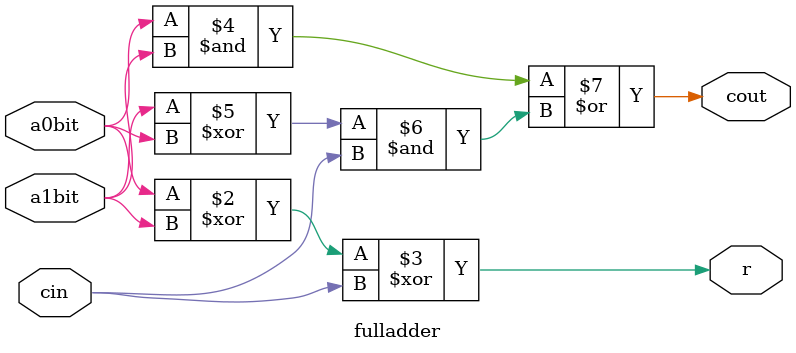
<source format=v>

module fulladder(a0bit, a1bit, cin, r, cout);

 input wire a0bit, a1bit, cin;
 output reg r, cout;


 always @(a0bit or a1bit or cin)
  begin 
   r = a0bit ^ a1bit ^ cin; 
   cout = (a0bit & a1bit) | (a1bit^a0bit) & cin; 
	
  end
  
endmodule
</source>
